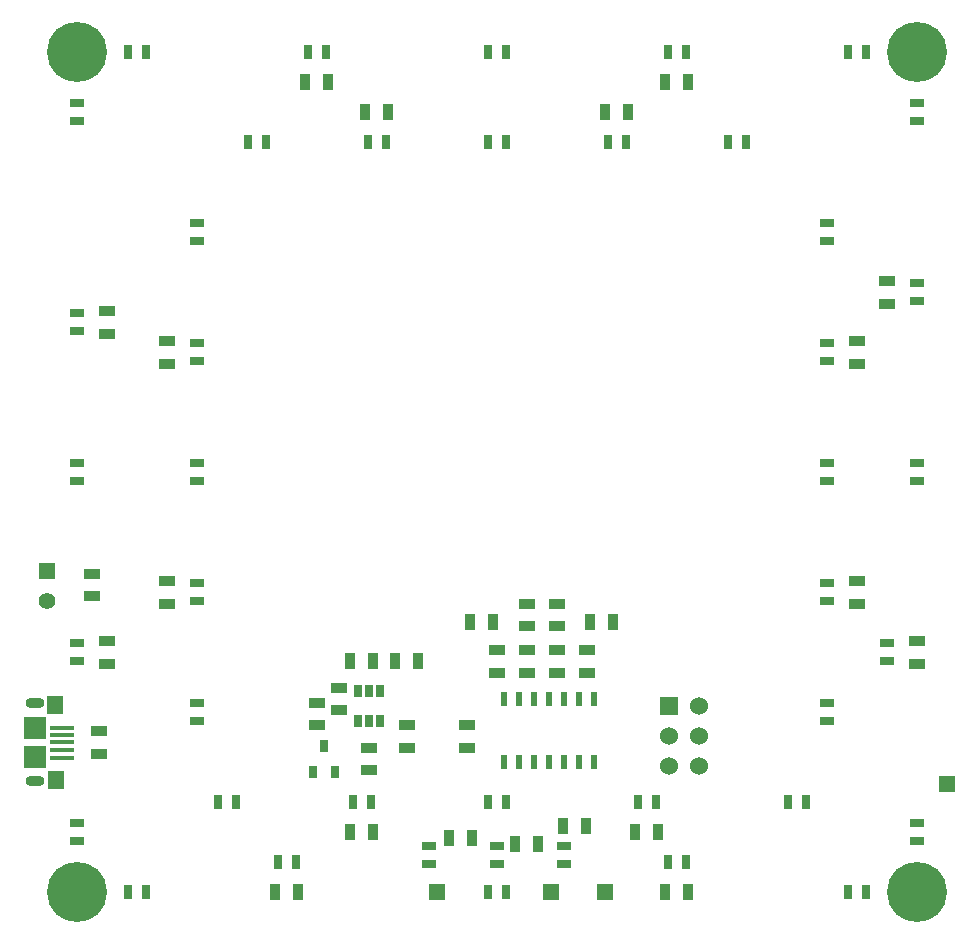
<source format=gts>
G04 (created by PCBNEW (2013-07-07 BZR 4022)-stable) date 10/4/2015 12:30:07 PM*
%MOIN*%
G04 Gerber Fmt 3.4, Leading zero omitted, Abs format*
%FSLAX34Y34*%
G01*
G70*
G90*
G04 APERTURE LIST*
%ADD10C,0.00590551*%
%ADD11R,0.0787402X0.015748*%
%ADD12R,0.0551181X0.0629921*%
%ADD13R,0.0748031X0.0748031*%
%ADD14O,0.0629921X0.0354331*%
%ADD15R,0.0276X0.0394*%
%ADD16R,0.0315X0.0394*%
%ADD17R,0.055X0.035*%
%ADD18R,0.035X0.055*%
%ADD19R,0.045X0.025*%
%ADD20R,0.025X0.045*%
%ADD21R,0.06X0.06*%
%ADD22C,0.06*%
%ADD23R,0.055X0.055*%
%ADD24C,0.055*%
%ADD25R,0.02X0.045*%
%ADD26C,0.2*%
G04 APERTURE END LIST*
G54D10*
G54D11*
X63525Y-79000D03*
X63525Y-79255D03*
X63525Y-79511D03*
X63525Y-78744D03*
X63525Y-78507D03*
G54D12*
X63308Y-80259D03*
X63288Y-77740D03*
G54D13*
X62600Y-79472D03*
X62600Y-78527D03*
G54D14*
X62600Y-80299D03*
X62600Y-77700D03*
G54D15*
X73375Y-77300D03*
X73750Y-77300D03*
X74125Y-77300D03*
X74125Y-78300D03*
X73750Y-78300D03*
X73375Y-78300D03*
G54D16*
X72250Y-79117D03*
X72625Y-79983D03*
X71875Y-79983D03*
G54D17*
X73750Y-79925D03*
X73750Y-79175D03*
G54D18*
X83625Y-84000D03*
X84375Y-84000D03*
X70625Y-84000D03*
X71375Y-84000D03*
G54D17*
X67000Y-74375D03*
X67000Y-73625D03*
X67000Y-66375D03*
X67000Y-65625D03*
X72000Y-77675D03*
X72000Y-78425D03*
X72750Y-77175D03*
X72750Y-77925D03*
X91000Y-64375D03*
X91000Y-63625D03*
X92000Y-76375D03*
X92000Y-75625D03*
X75000Y-78425D03*
X75000Y-79175D03*
G54D18*
X73125Y-76300D03*
X73875Y-76300D03*
X74625Y-76300D03*
X75375Y-76300D03*
G54D17*
X90000Y-66375D03*
X90000Y-65625D03*
X90000Y-74375D03*
X90000Y-73625D03*
X78000Y-76675D03*
X78000Y-75925D03*
X64500Y-74125D03*
X64500Y-73375D03*
G54D19*
X68000Y-66300D03*
X68000Y-65700D03*
X89000Y-70300D03*
X89000Y-69700D03*
X68000Y-62300D03*
X68000Y-61700D03*
X89000Y-74300D03*
X89000Y-73700D03*
X89000Y-78300D03*
X89000Y-77700D03*
X68000Y-70300D03*
X68000Y-69700D03*
X68000Y-74300D03*
X68000Y-73700D03*
X68000Y-78300D03*
X68000Y-77700D03*
G54D20*
X89700Y-84000D03*
X90300Y-84000D03*
X83700Y-83000D03*
X84300Y-83000D03*
X77700Y-84000D03*
X78300Y-84000D03*
X70700Y-83000D03*
X71300Y-83000D03*
X65700Y-84000D03*
X66300Y-84000D03*
G54D19*
X92000Y-58300D03*
X92000Y-57700D03*
X92000Y-64300D03*
X92000Y-63700D03*
X92000Y-70300D03*
X92000Y-69700D03*
X91000Y-76300D03*
X91000Y-75700D03*
X92000Y-82300D03*
X92000Y-81700D03*
X89000Y-62300D03*
X89000Y-61700D03*
X89000Y-66300D03*
X89000Y-65700D03*
G54D21*
X83750Y-77800D03*
G54D22*
X84750Y-77800D03*
X83750Y-78800D03*
X84750Y-78800D03*
X83750Y-79800D03*
X84750Y-79800D03*
G54D18*
X80975Y-81800D03*
X80225Y-81800D03*
X79375Y-82400D03*
X78625Y-82400D03*
X77175Y-82200D03*
X76425Y-82200D03*
G54D19*
X80250Y-82450D03*
X80250Y-83050D03*
X78000Y-82450D03*
X78000Y-83050D03*
X75750Y-82450D03*
X75750Y-83050D03*
G54D18*
X81625Y-58000D03*
X82375Y-58000D03*
X73625Y-58000D03*
X74375Y-58000D03*
X71625Y-57000D03*
X72375Y-57000D03*
X83625Y-57000D03*
X84375Y-57000D03*
X82625Y-82000D03*
X83375Y-82000D03*
X73125Y-82000D03*
X73875Y-82000D03*
G54D17*
X65000Y-76375D03*
X65000Y-75625D03*
X65000Y-65375D03*
X65000Y-64625D03*
G54D20*
X68700Y-81000D03*
X69300Y-81000D03*
X85700Y-59000D03*
X86300Y-59000D03*
X81700Y-59000D03*
X82300Y-59000D03*
X77700Y-59000D03*
X78300Y-59000D03*
X73700Y-59000D03*
X74300Y-59000D03*
X69700Y-59000D03*
X70300Y-59000D03*
X87700Y-81000D03*
X88300Y-81000D03*
X82700Y-81000D03*
X83300Y-81000D03*
X77700Y-81000D03*
X78300Y-81000D03*
X73200Y-81000D03*
X73800Y-81000D03*
X65700Y-56000D03*
X66300Y-56000D03*
G54D19*
X64000Y-58300D03*
X64000Y-57700D03*
X64000Y-65300D03*
X64000Y-64700D03*
X64000Y-70300D03*
X64000Y-69700D03*
X64000Y-76300D03*
X64000Y-75700D03*
X64000Y-82300D03*
X64000Y-81700D03*
G54D20*
X89700Y-56000D03*
X90300Y-56000D03*
X83700Y-56000D03*
X84300Y-56000D03*
X77700Y-56000D03*
X78300Y-56000D03*
X71700Y-56000D03*
X72300Y-56000D03*
G54D17*
X79000Y-76675D03*
X79000Y-75925D03*
X80000Y-76675D03*
X80000Y-75925D03*
X81000Y-76675D03*
X81000Y-75925D03*
G54D18*
X77875Y-75000D03*
X77125Y-75000D03*
G54D17*
X79000Y-75125D03*
X79000Y-74375D03*
X80000Y-75125D03*
X80000Y-74375D03*
G54D18*
X81125Y-75000D03*
X81875Y-75000D03*
G54D17*
X77000Y-78425D03*
X77000Y-79175D03*
G54D23*
X63000Y-73300D03*
G54D24*
X63000Y-74300D03*
G54D23*
X76000Y-84000D03*
X79800Y-84000D03*
X81600Y-84000D03*
X93000Y-80400D03*
G54D25*
X78250Y-79650D03*
X78750Y-79650D03*
X79250Y-79650D03*
X79750Y-79650D03*
X80250Y-79650D03*
X80750Y-79650D03*
X81250Y-79650D03*
X81250Y-77550D03*
X80750Y-77550D03*
X80250Y-77550D03*
X79750Y-77550D03*
X79250Y-77550D03*
X78750Y-77550D03*
X78250Y-77550D03*
G54D17*
X64750Y-78625D03*
X64750Y-79375D03*
G54D26*
X64000Y-56000D03*
X92000Y-56000D03*
X92000Y-84000D03*
X64000Y-84000D03*
M02*

</source>
